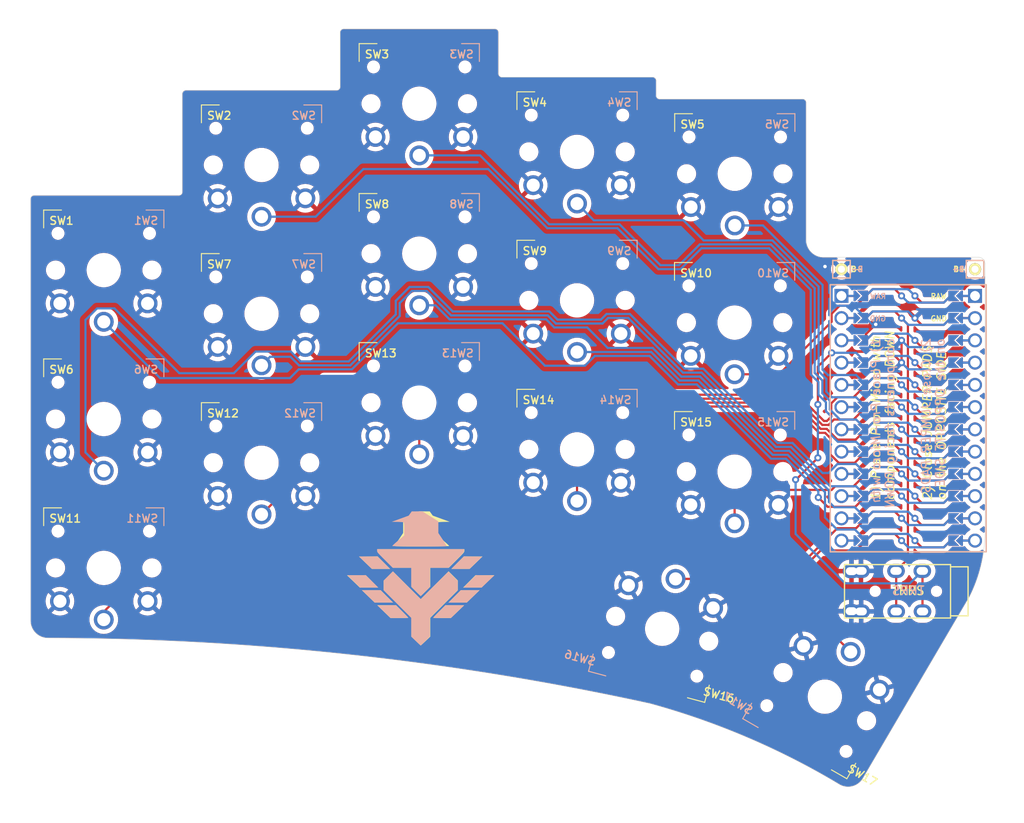
<source format=kicad_pcb>
(kicad_pcb (version 20221018) (generator pcbnew)
  (layers (0 "F.Cu" signal) (31 "B.Cu" signal) (34 "B.Paste" user) (35 "F.Paste" user) (36 "B.SilkS" user "B.Silkscreen") (37 "F.SilkS" user "F.Silkscreen") (38 "B.Mask" user) (39 "F.Mask" user) (44 "Edge.Cuts" user))
  (net 0 "")
  (net 1 "gnd")
  (net 2 "vcc")
  (net 3 "Switch18")
  (net 4 "reset")
  (net 5 "Switch1")
  (net 6 "Switch2")
  (net 7 "Switch3")
  (net 8 "Switch4")
  (net 9 "Switch5")
  (net 10 "Switch6")
  (net 11 "Switch7")
  (net 12 "Switch8")
  (net 13 "Switch9")
  (net 14 "Switch10")
  (net 15 "Switch11")
  (net 16 "Switch12")
  (net 17 "Switch13")
  (net 18 "Switch14")
  (net 19 "Switch15")
  (net 20 "Switch16")
  (net 21 "Switch17")
  (net 22 "raw")
  (net 23 "BT+_r")
  (footprint "kbd:1pin_conn" (layer "F.Cu") (at 126.492 45.974)
    (fp_text reference "B+")
    (fp_text value "MountingHole_Pad" hide)
  )
  (footprint "kbd:1pin_conn" (layer "F.Cu") (at 111.252 45.974)
    (fp_text reference "B-")
    (fp_text value "MountingHole_Pad" hide)
  )
  (footprint "Kailh:TRRS-PJ-DPB2" (layer "F.Cu") (at 123.698 82.75 -90)
    (fp_text reference "J2")
    (fp_text value "AudioJack4dpb" hide)
  )
  (footprint "* duckyb-collection:SW_PG1350_rev_DPB" (layer "F.Cu") (at 27.08 46.08)
    (fp_text reference "SW1" hide)
    (fp_text value "SW_Push" hide)
  )
  (footprint "* duckyb-collection:SW_PG1350_rev_DPB" (layer "F.Cu") (at 45.08 34.08)
    (fp_text reference "SW2" hide)
    (fp_text value "SW_Push" hide)
  )
  (footprint "* duckyb-collection:SW_PG1350_rev_DPB" (layer "F.Cu") (at 63.08 27.08)
    (fp_text reference "SW3" hide)
    (fp_text value "SW_Push" hide)
  )
  (footprint "* duckyb-collection:SW_PG1350_rev_DPB" (layer "F.Cu") (at 81.08 32.58)
    (fp_text reference "SW4" hide)
    (fp_text value "SW_Push" hide)
  )
  (footprint "* duckyb-collection:SW_PG1350_rev_DPB" (layer "F.Cu") (at 99.08 35.08)
    (fp_text reference "SW5" hide)
    (fp_text value "SW_Push" hide)
  )
  (footprint "* duckyb-collection:SW_PG1350_rev_DPB" (layer "F.Cu") (at 27.08 63.08)
    (fp_text reference "SW6" hide)
    (fp_text value "SW_Push" hide)
  )
  (footprint "* duckyb-collection:SW_PG1350_rev_DPB" (layer "F.Cu") (at 45.08 51.054)
    (fp_text reference "SW7" hide)
    (fp_text value "SW_Push" hide)
  )
  (footprint "* duckyb-collection:SW_PG1350_rev_DPB" (layer "F.Cu") (at 63.08 44.196)
    (fp_text reference "SW8" hide)
    (fp_text value "SW_Push" hide)
  )
  (footprint "* duckyb-collection:SW_PG1350_rev_DPB" (layer "F.Cu") (at 81.08 49.53)
    (fp_text reference "SW9" hide)
    (fp_text value "SW_Push" hide)
  )
  (footprint "* duckyb-collection:SW_PG1350_rev_DPB" (layer "F.Cu") (at 99.06 52.07)
    (fp_text reference "SW10" hide)
    (fp_text value "SW_Push" hide)
  )
  (footprint "* duckyb-collection:SW_PG1350_rev_DPB" (layer "F.Cu") (at 27.08 80.08)
    (fp_text reference "SW11" hide)
    (fp_text value "SW_Push" hide)
  )
  (footprint "* duckyb-collection:SW_PG1350_rev_DPB" (layer "F.Cu") (at 45.08 68.072)
    (fp_text reference "SW12" hide)
    (fp_text value "SW_Push" hide)
  )
  (footprint "* duckyb-collection:SW_PG1350_rev_DPB" (layer "F.Cu") (at 63.08 61.214)
    (fp_text reference "SW13" hide)
    (fp_text value "SW_Push" hide)
  )
  (footprint "* duckyb-collection:SW_PG1350_rev_DPB" (layer "F.Cu") (at 81.08 66.548)
    (fp_text reference "SW14" hide)
    (fp_text value "SW_Push" hide)
  )
  (footprint "* duckyb-collection:SW_PG1350_rev_DPB" (layer "F.Cu") (at 99.06 69.088)
    (fp_text reference "SW15" hide)
    (fp_text value "SW_Push" hide)
  )
  (footprint "* duckyb-collection:SW_PG1350_rev_DPB" (layer "F.Cu") (at 109.356 94.78 150)
    (fp_text reference "SW17" hide)
    (fp_text value "SW_Push" hide)
  )
  (footprint "* duckyb-collection:SW_PG1350_rev_DPB" (layer "F.Cu") (at 90.796 87.03 165)
    (fp_text reference "SW16" hide)
    (fp_text value "SW_Push" hide)
  )
  (footprint "* duckyb-collection:ProMicro_jumpers_facedown" (layer "F.Cu") (at 118.872 62.992 -90)
    (fp_text reference "U1" hide)
    (fp_text value "ProMicro-kbd" hide)
  )
  (footprint "Audio_Module:Logo" (layer "F.Cu") (at 63.246 81.28)
    (fp_text reference "G***" hide)
    (fp_text value "LOGO" hide)
  )
  (footprint "Audio_Module:Logo" (layer "B.Cu") (at 63.246 81.28 180)
    (fp_text reference "G***" hide)
    (fp_text value "LOGO" hide)
  )
  (gr_arc (start 126.885 44.612) (mid 127.41533 44.83167) (end 127.635 45.362) (stroke (width 0.05)) (layer "Edge.Cuts"))
  (gr_line (start 18.73 37.95293) (end 18.73 86.09861) (stroke (width 0.05)) (layer "Edge.Cuts"))
  (gr_arc (start 89.409134 95.561946) (mid 100.486488 99.421597) (end 110.938 104.748) (stroke (width 0.05)) (layer "Edge.Cuts"))
  (gr_arc (start 109.257002 44.614917) (mid 107.844534 44.065716) (end 107.222001 42.683999) (stroke (width 0.05)) (layer "Edge.Cuts"))
  (gr_arc (start 113.67 104.149265) (mid 112.428995 105.01898) (end 110.938 104.748) (stroke (width 0.05)) (layer "Edge.Cuts"))
  (gr_arc (start 20.768 88.081119) (mid 55.288442 89.987554) (end 89.409134 95.561946) (stroke (width 0.05)) (layer "Edge.Cuts"))
  (gr_arc (start 20.767844 88.075962) (mid 19.330647 87.518357) (end 18.73 86.09861) (stroke (width 0.05)) (layer "Edge.Cuts"))
  (gr_line (start 127.635 45.362) (end 127.635 62.484) (stroke (width 0.05)) (layer "Edge.Cuts"))
  (gr_line (start 107.222001 42.683999) (end 107.222001 26.95) (stroke (width 0.05)) (layer "Edge.Cuts"))
  (gr_line (start 109.257002 44.614917) (end 126.885 44.612) (stroke (width 0.05)) (layer "Edge.Cuts"))
  (gr_line (start 125.888304 83.312) (end 113.67 104.149265) (stroke (width 0.05)) (layer "Edge.Cuts"))
  (gr_arc (start 127.635 75.98785) (mid 127.177913 79.749197) (end 125.888304 83.312) (stroke (width 0.05)) (layer "Edge.Cuts"))
  (gr_line (start 127.635 62.484) (end 127.647 69.85) (stroke (width 0.05)) (layer "Edge.Cuts"))
  (gr_line (start 127.647 69.85) (end 127.635 75.98785) (stroke (width 0.05)) (layer "Edge.Cuts"))
  (gr_arc (start 36.047194 25.95) (mid 36.169064 25.668615) (end 36.452987 25.552783) (stroke (width 0.05)) (layer "Edge.Cuts"))
  (gr_arc (start 89.707068 24.05) (mid 89.99116 24.16884) (end 90.11 24.452932) (stroke (width 0.05)) (layer "Edge.Cuts"))
  (gr_arc (start 18.73 37.95293) (mid 18.8478 37.669862) (end 19.13 37.55) (stroke (width 0.05)) (layer "Edge.Cuts"))
  (gr_arc (start 90.51 26.550124) (mid 90.22707 26.43293) (end 90.109876 26.15) (stroke (width 0.05)) (layer "Edge.Cuts"))
  (gr_line (start 72.11716 18.942849) (end 72.11716 23.65) (stroke (width 0.05)) (layer "Edge.Cuts"))
  (gr_line (start 54.050124 25.15) (end 54.050124 18.94) (stroke (width 0.05)) (layer "Edge.Cuts"))
  (gr_arc (start 54.050124 25.15) (mid 53.933091 25.433872) (end 53.65 25.552783) (stroke (width 0.05)) (layer "Edge.Cuts"))
  (gr_arc (start 71.717151 18.54284) (mid 72 18.66) (end 72.11716 18.942849) (stroke (width 0.05)) (layer "Edge.Cuts"))
  (gr_line (start 19.13 37.55) (end 35.64707 37.55) (stroke (width 0.05)) (layer "Edge.Cuts"))
  (gr_line (start 90.51 26.550124) (end 106.826302 26.55) (stroke (width 0.05)) (layer "Edge.Cuts"))
  (gr_arc (start 72.517224 24.050064) (mid 72.234336 23.932888) (end 72.11716 23.65) (stroke (width 0.05)) (layer "Edge.Cuts"))
  (gr_arc (start 106.826302 26.55) (mid 107.106378 26.668658) (end 107.222001 26.95) (stroke (width 0.05)) (layer "Edge.Cuts"))
  (gr_line (start 72.517224 24.050064) (end 89.707068 24.05) (stroke (width 0.05)) (layer "Edge.Cuts"))
  (gr_line (start 90.11 24.452932) (end 90.109876 26.15) (stroke (width 0.05)) (layer "Edge.Cuts"))
  (gr_line (start 54.452928 18.542807) (end 71.72 18.542807) (stroke (width 0.05)) (layer "Edge.Cuts"))
  (gr_arc (start 36.047194 37.149876) (mid 35.93 37.432806) (end 35.64707 37.55) (stroke (width 0.05)) (layer "Edge.Cuts"))
  (gr_arc (start 54.05 18.942928) (mid 54.169005 18.65983) (end 54.452928 18.542807) (stroke (width 0.05)) (layer "Edge.Cuts"))
  (gr_line (start 36.047194 37.149876) (end 36.047194 25.95) (stroke (width 0.05)) (layer "Edge.Cuts"))
  (gr_line (start 36.452987 25.552783) (end 53.65 25.552783) (stroke (width 0.05)) (layer "Edge.Cuts"))
  (gr_text "RAW" (at 116.40097 49.0728) (layer "B.SilkS") (effects (font (size 0.6 0.6) (thickness 0.12)) (justify left mirror)))
  (gr_text "B-" (at 113.03 45.974) (layer "B.SilkS") (effects (font (size 0.6 0.6)) (justify mirror)))
  (gr_text "2) Close JUMPER PADS\non the OPPOSITE SIDE" (at 121.7168 53.7464 90) (layer "B.SilkS") (effects (font (size 1 1) (thickness 0.15) italic) (justify left mirror)))
  (gr_text "GND" (at 116.40097 51.6128) (layer "B.SilkS") (effects (font (size 0.6 0.6) (thickness 0.12)) (justify left mirror)))
  (gr_text "1) Place Pro-Micro with\ncomponents facing DOWN" (at 115.9764 53.7464 90) (layer "B.SilkS") (effects (font (size 1 1) (thickness 0.15) italic) (justify left mirror)))
  (gr_text "B+" (at 124.587 45.974) (layer "B.SilkS") (effects (font (size 0.6 0.6)) (justify mirror)))
  (gr_text "1) Place Pro-Micro with\ncomponents facing DOWN" (at 115.9764 72.4408 90) (layer "F.SilkS") (effects (font (size 1 1) (thickness 0.15) italic) (justify left)))
  (gr_text "GND" (at 121.3612 51.6128) (layer "F.SilkS") (effects (font (size 0.6 0.6) (thickness 0.12)) (justify left)))
  (gr_text "2) Close JUMPER PADS\non the OPPOSITE SIDE" (at 121.8692 72.4408 90) (layer "F.SilkS") (effects (font (size 1 1) (thickness 0.15) italic) (justify left)))
  (gr_text "TRRS" (at 118.872 82.677) (layer "F.SilkS") (effects (font (size 1 1))))
  (gr_text "RAW" (at 121.3612 49.0728) (layer "F.SilkS") (effects (font (size 0.6 0.6) (thickness 0.12)) (justify left)))
  (segment (start 114.046 53.3908) (end 115.1636 52.2732) (width 0.25) (layer "F.Cu") (net 1))
  (segment (start 118.11 56.642) (end 118.11 54.102) (width 0.25) (layer "F.Cu") (net 1))
  (segment (start 114.046 54.102) (end 114.046 53.3908) (width 0.25) (layer "F.Cu") (net 1))
  (via (at 115.1636 52.2732) (size 0.8) (drill 0.4) (layers "F.Cu" "B.Cu") (net 1))
  (via (at 109.3724 45.6692) (size 0.8) (drill 0.4) (layers "F.Cu" "B.Cu") (net 1))
  (segment (start 112.630511 50.146511) (end 110.661711 50.146511) (width 0.25) (layer "B.Cu") (net 1))
  (segment (start 110.127489 47.098511) (end 111.252 45.974) (width 0.25) (layer "B.Cu") (net 1))
  (segment (start 114.7572 52.2732) (end 114.046 51.562) (width 0.25) (layer "B.Cu") (net 1))
  (segment (start 110.661711 50.146511) (end 110.127489 49.612289) (width 0.25) (layer "B.Cu") (net 1))
  (segment (start 114.046 51.562) (end 112.630511 50.146511) (width 0.25) (layer "B.Cu") (net 1))
  (segment (start 115.1636 52.2732) (end 114.7572 52.2732) (width 0.25) (layer "B.Cu") (net 1))
  (segment (start 110.127489 49.612289) (end 110.127489 47.098511) (width 0.25) (layer "B.Cu") (net 1))
  (segment (start 120.498 85.05) (end 120.498 80.44) (width 0.25) (layer "F.Cu") (net 2))
  (segment (start 108.5596 57.0992) (end 108.5596 61.4172) (width 0.25) (layer "F.Cu") (net 2))
  (segment (start 106.0196 70.0024) (end 106.0704 70.0024) (width 0.25) (layer "F.Cu") (net 2))
  (segment (start 106.0704 70.0024) (end 108.5596 67.5132) (width 0.25) (layer "F.Cu") (net 2))
  (segment (start 120.498 80.44) (end 120.478 80.42) (width 0.25) (layer "F.Cu") (net 2))
  (segment (start 110.1344 55.5244) (end 108.5596 57.0992) (width 0.25) (layer "F.Cu") (net 2))
  (via (at 106.0196 70.0024) (size 0.8) (drill 0.4) (layers "F.Cu" "B.Cu") (net 2))
  (via (at 110.1344 55.5244) (size 0.8) (drill 0.4) (layers "F.Cu" "B.Cu") (net 2))
  (via (at 108.5596 67.5132) (size 0.8) (drill 0.4) (layers "F.Cu" "B.Cu") (net 2))
  (via (at 108.5596 61.4172) (size 0.8) (drill 0.4) (layers "F.Cu" "B.Cu") (net 2))
  (segment (start 108.5596 67.5132) (end 108.5596 61.4172) (width 0.25) (layer "B.Cu") (net 2))
  (segment (start 111.6584 81.8388) (end 119.0592 81.8388) (width 0.25) (layer "B.Cu") (net 2))
  (segment (start 110.141311 55.517489) (end 112.921489 55.517489) (width 0.25) (layer "B.Cu") (net 2))
  (segment (start 112.921489 55.517489) (end 114.046 56.642) (width 0.25) (layer "B.Cu") (net 2))
  (segment (start 119.0592 81.8388) (end 120.478 80.42) (width 0.25) (layer "B.Cu") (net 2))
  (segment (start 106.0196 70.0024) (end 106.0196 76.2) (width 0.25) (layer "B.Cu") (net 2))
  (segment (start 110.1344 55.5244) (end 110.141311 55.517489) (width 0.25) (layer "B.Cu") (net 2))
  (segment (start 106.0196 76.2) (end 111.6584 81.8388) (width 0.25) (layer "B.Cu") (net 2))
  (segment (start 118.11 51.562) (end 118.834511 52.286511) (width 0.25) (layer "F.Cu") (net 3))
  (segment (start 118.834511 52.286511) (end 118.834511 79.063489) (width 0.25) (layer "F.Cu") (net 3))
  (segment (start 117.498 80.44) (end 117.478 80.42) (width 0.25) (layer "F.Cu") (net 3))
  (segment (start 118.834511 79.063489) (end 117.478 80.42) (width 0.25) (layer "F.Cu") (net 3))
  (segment (start 117.498 85.05) (end 117.498 80.44) (width 0.25) (layer "F.Cu") (net 3))
  (segment (start 108.6104 72.0344) (end 109.6772 73.1012) (width 0.25) (layer "F.Cu") (net 5))
  (segment (start 112.8268 73.1012) (end 114.046 71.882) (width 0.25) (layer "F.Cu") (net 5))
  (segment (start 109.6772 73.1012) (end 112.8268 73.1012) (width 0.25) (layer "F.Cu") (net 5))
  (via (at 108.6104 72.0344) (size 0.8) (drill 0.4) (layers "F.Cu" "B.Cu") (net 5))
  (segment (start 108.6104 71.299954) (end 104.925246 67.6148) (width 0.25) (layer "B.Cu") (net 5))
  (segment (start 60.653557 52.14856) (end 55.398597 57.40352) (width 0.25) (layer "B.Cu") (net 5))
  (segment (start 49.32728 57.40352) (end 48.321289 58.409511) (width 0.25) (layer "B.Cu") (net 5))
  (segment (start 103.2256 67.6148) (end 94.742 59.1312) (width 0.25) (layer "B.Cu") (net 5))
  (segment (start 81.9912 56.9976) (end 77.4192 56.9976) (width 0.25) (layer "B.Cu") (net 5))
  (segment (start 83.10928 55.87952) (end 81.9912 56.9976) (width 0.25) (layer "B.Cu") (net 5))
  (segment (start 72.57016 52.14856) (end 60.653557 52.14856) (width 0.25) (layer "B.Cu") (net 5))
  (segment (start 48.321289 58.409511) (end 33.509511 58.409511) (width 0.25) (layer "B.Cu") (net 5))
  (segment (start 108.6104 72.0344) (end 108.6104 71.299954) (width 0.25) (layer "B.Cu") (net 5))
  (segment (start 94.742 59.1312) (end 92.6084 59.1312) (width 0.25) (layer "B.Cu") (net 5))
  (segment (start 55.398597 57.40352) (end 49.32728 57.40352) (width 0.25) (layer "B.Cu") (net 5))
  (segment (start 92.6084 59.1312) (end 89.35672 55.87952) (width 0.25) (layer "B.Cu") (net 5))
  (segment (start 77.4192 56.9976) (end 72.57016 52.14856) (width 0.25) (layer "B.Cu") (net 5))
  (segment (start 33.509511 58.409511) (end 27.08 51.98) (width 0.25) (layer "B.Cu") (net 5))
  (segment (start 89.35672 55.87952) (end 83.10928 55.87952) (width 0.25) (layer "B.Cu") (net 5))
  (segment (start 104.925246 67.6148) (end 103.2256 67.6148) (width 0.25) (layer "B.Cu") (net 5))
  (segment (start 108.62576 60.316396) (end 109.48168 61.172316) (width 0.25) (layer "B.Cu") (net 6))
  (segment (start 108.62576 58.869314) (end 108.62576 60.316396) (width 0.25) (layer "B.Cu") (net 6))
  (segment (start 95.276118 43.5864) (end 102.994846 43.5864) (width 0.25) (layer "B.Cu") (net 6))
  (segment (start 85.69192 41.29272) (end 90.36552 45.96632) (width 0.25) (layer "B.Cu") (net 6))
  (segment (start 110.0328 64.8716) (end 110.838689 65.677489) (width 0.25) (layer "B.Cu") (net 6))
  (segment (start 110.838689 65.677489) (end 112.921489 65.677489) (width 0.25) (layer "B.Cu") (net 6))
  (segment (start 109.48168 62.177698) (end 110.0328 62.728818) (width 0.25) (layer "B.Cu") (net 6))
  (segment (start 90.36552 45.96632) (end 92.896198 45.96632) (width 0.25) (layer "B.Cu") (net 6))
  (segment (start 70.941483 34.544) (end 77.690203 41.29272) (width 0.25) (layer "B.Cu") (net 6))
  (segment (start 110.0328 62.728818) (end 110.0328 64.8716) (width 0.25) (layer "B.Cu") (net 6))
  (segment (start 102.994846 43.5864) (end 107.7468 48.338354) (width 0.25) (layer "B.Cu") (net 6))
  (segment (start 45.08 39.98) (end 51.2568 39.98) (width 0.25) (layer "B.Cu") (net 6))
  (segment (start 109.48168 61.172316) (end 109.48168 62.177698) (width 0.25) (layer "B.Cu") (net 6))
  (segment (start 51.2568 39.98) (end 56.6928 34.544) (width 0.25) (layer "B.Cu") (net 6))
  (segment (start 112.921489 65.677489) (end 114.046 66.802) (width 0.25) (layer "B.Cu") (net 6))
  (segment (start 107.7468 57.990354) (end 108.62576 58.869314) (width 0.25) (layer "B.Cu") (net 6))
  (segment (start 92.896198 45.96632) (end 95.276118 43.5864) (width 0.25) (layer "B.Cu") (net 6))
  (segment (start 56.6928 34.544) (end 70.941483 34.544) (width 0.25) (layer "B.Cu") (net 6))
  (segment (start 107.7468 48.338354) (end 107.7468 57.990354) (width 0.25) (layer "B.Cu") (net 6))
  (segment (start 77.690203 41.29272) (end 85.69192 41.29272) (width 0.25) (layer "B.Cu") (net 6))
  (segment (start 103.181044 43.13688) (end 108.19632 48.152156) (width 0.25) (layer "B.Cu") (net 7))
  (segment (start 92.71 45.5168) (end 95.089921 43.13688) (width 0.25) (layer "B.Cu") (net 7))
  (segment (start 63.08 32.98) (end 70.0132 32.98) (width 0.25) (layer "B.Cu") (net 7))
  (segment (start 95.089921 43.13688) (end 103.181044 43.13688) (width 0.25) (layer "B.Cu") (net 7))
  (segment (start 109.9312 61.9915) (end 111.077189 63.137489) (width 0.25) (layer "B.Cu") (net 7))
  (segment (start 112.921489 63.137489) (end 114.046 64.262) (width 0.25) (layer "B.Cu") (net 7))
  (segment (start 90.596601 45.5168) (end 92.71 45.5168) (width 0.25) (layer "B.Cu") (net 7))
  (segment (start 85.923001 40.8432) (end 90.596601 45.5168) (width 0.25) (layer "B.Cu") (net 7))
  (segment (start 108.19632 57.804156) (end 109.07528 58.683116) (width 0.25) (layer "B.Cu") (net 7))
  (segment (start 109.9312 60.986118) (end 109.9312 61.9915) (width 0.25) (layer "B.Cu") (net 7))
  (segment (start 70.0132 32.98) (end 77.8764 40.8432) (width 0.25) (layer "B.Cu") (net 7))
  (segment (start 108.19632 48.152156) (end 108.19632 57.804156) (width 0.25) (layer "B.Cu") (net 7))
  (segment (start 109.07528 58.683116) (end 109.07528 60.130198) (width 0.25) (layer "B.Cu") (net 7))
  (segment (start 77.8764 40.8432) (end 85.923001 40.8432) (width 0.25) (layer "B.Cu") (net 7))
  (segment (start 109.07528 60.130198) (end 109.9312 60.986118) (width 0.25) (layer "B.Cu") (net 7))
  (segment (start 111.077189 63.137489) (end 112.921489 63.137489) (width 0.25) (layer "B.Cu") (net 7))
  (segment (start 109.5248 58.496918) (end 109.5248 59.944) (width 0.25) (layer "B.Cu") (net 8))
  (segment (start 108.64584 47.965958) (end 108.64584 57.617958) (width 0.25) (layer "B.Cu") (net 8))
  (segment (start 108.64584 57.617958) (end 109.5248 58.496918) (width 0.25) (layer "B.Cu") (net 8))
  (segment (start 110.178289 60.597489) (end 112.921489 60.597489) (width 0.25) (layer "B.Cu") (net 8))
  (segment (start 109.5248 59.944) (end 110.178289 60.597489) (width 0.25) (layer "B.Cu") (net 8))
  (segment (start 103.367242 42.68736) (end 108.64584 47.965958) (width 0.25) (layer "B.Cu") (net 8))
  (segment (start 95.51936 42.68736) (end 103.367242 42.68736) (width 0.25) (layer "B.Cu") (net 8))
  (segment (start 81.08 38.48) (end 82.986 40.386) (width 0.25) (layer "B.Cu") (net 8))
  (segment (start 82.986 40.386) (end 93.218 40.386) (width 0.25) (layer "B.Cu") (net 8))
  (segment (start 93.218 40.386) (end 95.51936 42.68736) (width 0.25) (layer "B.Cu") (net 8))
  (segment (start 112.921489 60.597489) (end 114.046 61.722) (width 0.25) (layer "B.Cu") (net 8))
  (segment (start 102.2956 40.98) (end 109.09536 47.779763) (width 0.25) (layer "B.Cu") (net 9))
  (segment (start 109.728 58.0644) (end 110.7793 58.0644) (width 0.25) (layer "B.Cu") (net 9))
  (segment (start 110.7793 58.0644) (end 110.786211 58.057489) (width 0.25) (layer "B.Cu") (net 9))
  (segment (start 110.786211 58.057489) (end 112.921489 58.057489) (width 0.25) (layer "B.Cu") (net 9))
  (segment (start 109.09536 57.43176) (end 109.728 58.0644) (width 0.25) (layer "B.Cu") (net 9))
  (segment (start 99.08 40.98) (end 102.2956 40.98) (width 0.25) (layer "B.Cu") (net 9))
  (segment (start 112.921489 58.057489) (end 114.046 59.182) (width 0.25) (layer "B.Cu") (net 9))
  (segment (start 109.09536 47.779763) (end 109.09536 57.43176) (width 0.25) (layer "B.Cu") (net 9))
  (segment (start 103.970392 65.81672) (end 105.670037 65.81672) (width 0.25) (layer "B.Cu") (net 10))
  (segment (start 105.933359 66.080043) (end 109.093716 69.2404) (width 0.25) (layer "B.Cu") (net 10))
  (segment (start 109.093716 69.2404) (end 109.7633 69.2404) (width 0.25) (layer "B.Cu") (net 10))
  (segment (start 24.990979 66.890979) (end 24.990979 51.767821) (width 0.25) (layer "B.Cu") (net 10))
  (segment (start 66.9036 50.8) (end 77.9272 50.8) (width 0.25) (layer "B.Cu") (net 10))
  (segment (start 41.926209 57.844991) (end 44.3992 55.372) (width 0.25) (layer "B.Cu") (net 10))
  (segment (start 87.373843 51.353772) (end 93.353192 57.33312) (width 0.25) (layer "B.Cu") (net 10))
  (segment (start 105.670037 65.81672) (end 105.933359 66.080043) (width 0.25) (layer "B.Cu") (net 10))
  (segment (start 78.85696 51.72976) (end 83.80464 51.72976) (width 0.25) (layer "B.Cu") (net 10))
  (segment (start 110.786211 68.217489) (end 112.921489 68.217489) (width 0.25) (layer "B.Cu") (net 10))
  (segment (start 95.486792 57.33312) (end 103.970392 65.81672) (width 0.25) (layer "B.Cu") (net 10))
  (segment (start 55.026202 56.50448) (end 60.4012 51.129482) (width 0.25) (layer "B.Cu") (net 10))
  (segment (start 64.1096 48.006) (end 66.9036 50.8) (width 0.25) (layer "B.Cu") (net 10))
  (segment (start 84.443951 51.090449) (end 87.110521 51.090449) (width 0.25) (layer "B.Cu") (net 10))
  (segment (start 48.4124 55.372) (end 49.54488 56.50448) (width 0.25) (layer "B.Cu") (net 10))
  (segment (start 109.7633 69.2404) (end 110.786211 68.217489) (width 0.25) (layer "B.Cu") (net 10))
  (segment (start 61.976 48.006) (end 64.1096 48.006) (width 0.25) (layer "B.Cu") (net 10))
  (segment (start 87.110521 51.090449) (end 87.373843 51.353772) (width 0.25) (layer "B.Cu") (net 10))
  (segment (start 60.4012 49.5808) (end 61.976 48.006) (width 0.25) (layer "B.Cu") (net 10))
  (segment (start 28.2956 50.4444) (end 35.696191 57.844991) (width 0.25) (layer "B.Cu") (net 10))
  (segment (start 93.353192 57.33312) (end 95.486792 57.33312) (width 0.25) (layer "B.Cu") (net 10))
  (segment (start 83.80464 51.72976) (end 84.443951 51.090449) (width 0.25) (layer "B.Cu") (net 10))
  (segment (start 49.54488 56.50448) (end 55.026202 56.50448) (width 0.25) (layer "B.Cu") (net 10))
  (segment (start 27.08 68.98) (end 24.990979 66.890979) (width 0.25) (layer "B.Cu") (net 10))
  (segment (start 35.696191 57.844991) (end 41.926209 57.844991) (width 0.25) (layer "B.Cu") (net 10))
  (segment (start 77.9272 50.8) (end 78.85696 51.72976) (width 0.25) (layer "B.Cu") (net 10))
  (segment (start 26.3144 50.4444) (end 28.2956 50.4444) (width 0.25) (layer "B.Cu") (net 10))
  (segment (start 24.990979 51.767821) (end 26.3144 50.4444) (width 0.25) (layer "B.Cu") (net 10))
  (segment (start 44.3992 55.372) (end 48.4124 55.372) (width 0.25) (layer "B.Cu") (net 10))
  (segment (start 60.4012 51.129482) (end 60.4012 49.5808) (width 0.25) (layer "B.Cu") (net 10))
  (segment (start 112.921489 68.217489) (end 114.046 69.342) (width 0.25) (layer "B.Cu") (net 10))
  (segment (start 103.784194 66.26624) (end 105.483839 66.26624) (width 0.25) (layer "B.Cu") (net 11))
  (segment (start 86.924323 51.539969) (end 93.166994 57.78264) (width 0.25) (layer "B.Cu") (net 11))
  (segment (start 93.166994 57.78264) (end 95.300594 57.78264) (width 0.25) (layer "B.Cu") (net 11))
  (segment (start 95.300594 57.78264) (end 103.784194 66.26624) (width 0.25) (layer "B.Cu") (net 11))
  (segment (start 109.975089 70.757489) (end 112.921489 70.757489) (width 0.25) (layer "B.Cu") (net 11))
  (segment (start 112.921489 70.757489) (end 114.046 71.882) (width 0.25) (layer "B.Cu") (net 11))
  (segment (start 60.85072 49.84248) (end 62.23768 48.45552) (width 0.25) (layer "B.Cu") (net 11))
  (segment (start 48.378602 55.97392) (end 49.358683 56.954) (width 0.25) (layer "B.Cu") (net 11))
  (segment (start 46.06008 55.97392) (end 48.378602 55.97392) (width 0.25) (layer "B.Cu") (net 11))
  (segment (start 62.23768 48.45552) (end 63.923403 48.45552) (width 0.25) (layer "B.Cu") (net 11))
  (segment (start 60.85072 51.315679) (end 60.85072 49.84248) (width 0.25) (layer "B.Cu") (net 11))
  (segment (start 45.08 56.954) (end 46.06008 55.97392) (width 0.25) (layer "B.Cu") (net 11))
  (segment (start 66.717403 51.24952) (end 77.741002 51.24952) (width 0.25) (layer "B.Cu") (net 11))
  (segment (start 84.630149 51.539969) (end 86.924323 51.539969) (width 0.25) (layer "B.Cu") (net 11))
  (segment (start 78.670762 52.17928) (end 83.990838 52.17928) (width 0.25) (layer "B.Cu") (net 11))
  (segment (start 105.483839 66.26624) (end 109.975089 70.757489) (width 0.25) (layer "B.Cu") (net 11))
  (segment (start 63.923403 48.45552) (end 66.717403 51.24952) (width 0.25) (layer "B.Cu") (net 11))
  (segment (start 55.2124 56.954) (end 60.85072 51.315679) (width 0.25) (layer "B.Cu") (net 11))
  (segment (start 49.358683 56.954) (end 55.2124 56.954) (width 0.25) (layer "B.Cu") (net 11))
  (segment (start 77.741002 51.24952) (end 78.670762 52.17928) (width 0.25) (layer "B.Cu") (net 11))
  (segment (start 83.990838 52.17928) (end 84.630149 51.539969) (width 0.25) (layer "B.Cu") (net 11))
  (segment (start 84.582 54.9656) (end 89.714236 54.9656) (width 0.25) (layer "B.Cu") (net 12))
  (segment (start 109.82192 71.240039) (end 109.82192 72.53472) (width 0.25) (layer "B.Cu") (net 12))
  (segment (start 64.928165 50.096) (end 66.531206 51.69904) (width 0.25) (layer "B.Cu") (net 12))
  (segment (start 109.82192 72.53472) (end 110.4392 73.152) (width 0.25) (layer "B.Cu") (net 12))
  (segment (start 89.714236 54.9656) (end 92.980796 58.23216) (width 0.25) (layer "B.Cu") (net 12))
  (segment (start 63.08 50.096) (end 64.928165 50.096) (width 0.25) (layer "B.Cu") (net 12))
  (segment (start 103.597996 66.71576) (end 105.297641 66.71576) (width 0.25) (layer "B.Cu") (net 12))
  (segment (start 95.114396 58.23216) (end 103.597996 66.71576) (width 0.25) (layer "B.Cu") (net 12))
  (segment (start 82.2452 52.6288) (end 84.582 54.9656) (width 0.25) (layer "B.Cu") (net 12))
  (segment (start 66.531206 51.69904) (end 77.554804 51.69904) (width 0.25) (layer "B.Cu") (net 12))
  (segment (start 92.980796 58.23216) (end 95.114396 58.23216) (width 0.25) (layer "B.Cu") (net 12))
  (segment (start 112.776 73.152) (end 114.046 74.422) (width 0.25) (layer "B.Cu") (net 12))
  (segment (start 78.484565 52.6288) (end 82.2452 52.6288) (width 0.25) (layer "B.Cu") (net 12))
  (segment (start 110.4392 73.152) (end 112.776 73.152) (width 0.25) (layer "B.Cu") (net 12))
  (segment (start 105.297641 66.71576) (end 109.82192 71.240039) (width 0.25) (layer "B.Cu") (net 12))
  (segment (start 77.554804 51.69904) (end 78.484565 52.6288) (width 0.25) (layer "B.Cu") (net 12))
  (segment (start 112.776 75.692) (end 114.046 76.962) (width 0.25) (layer "B.Cu") (net 13))
  (segment (start 105.111444 67.16528) (end 109.3724 71.426236) (width 0.25) (layer "B.Cu") (net 13))
  (segment (start 110.744 75.692) (end 112.776 75.692) (width 0.25) (layer "B.Cu") (net 13))
  (segment (start 103.411798 67.16528) (end 105.111444 67.16528) (width 0.25) (layer "B.Cu") (net 13))
  (segment (start 81.08 55.43) (end 89.542918 55.43) (width 0.25) (layer "B.Cu") (net 13))
  (segment (start 89.542918 55.43) (end 92.794598 58.68168) (width 0.25) (layer "B.Cu") (net 13))
  (segment (start 109.3724 71.426236) (end 109.3724 74.3204) (width 0.25) (layer "B.Cu") (net 13))
  (segment (start 94.928198 58.68168) (end 103.411798 67.16528) (width 0.25) (layer "B.Cu") (net 13))
  (segment (start 109.3724 74.3204) (end 110.744 75.692) (width 0.25) (layer "B.Cu") (net 13))
  (segment (start 92.794598 58.68168) (end 94.928198 58.68168) (width 0.25) (layer "B.Cu") (net 13))
  (segment (start 112.921489 50.146511) (end 114.046 49.022) (width 0.25) (layer "F.Cu") (net 14))
  (segment (start 110.127489 51.060911) (end 111.041889 50.146511) (width 0.25) (layer "F.Cu") (net 14))
  (segment (start 104.1328 57.97) (end 110.127489 51.975311) (width 0.25) (layer "F.Cu") (net 14))
  (segment (start 111.041889 50.146511) (end 112.921489 50.146511) (width 0.25) (layer "F.Cu") (net 14))
  (segment (start 110.127489 51.975311) (end 110.127489 51.060911) (width 0.25) (layer "F.Cu") (net 14))
  (segment (start 99.06 57.97) (end 104.1328 57.97) (width 0.25) (layer "F.Cu") (net 14))
  (segment (start 106.257265 60.306511) (end 109.255234 63.30448) (width 0.25) (layer "F.Cu") (net 15))
  (segment (start 30.6324 74.676) (end 41.360819 63.947581) (width 0.25) (layer "F.Cu") (net 15))
  (segment (start 112.630511 60.597489) (end 114.046 59.182) (width 0.25) (layer "F.Cu") (net 15))
  (segment (start 27.08 85.0864) (end 30.6324 81.534) (width 0.25) (layer "F.Cu") (net 15))
  (segment (start 41.360819 63.947581) (end 46.719501 63.947581) (width 0.25) (layer "F.Cu") (net 15))
  (segment (start 110.0836 61.3001) (end 110.786211 60.597489) (width 0.25) (layer "F.Cu") (net 15))
  (segment (start 91.088481 60.306511) (end 106.257265 60.306511) (width 0.25) (layer "F.Cu") (net 15))
  (segment (start 109.255234 63.30448) (end 109.592602 63.30448) (width 0.25) (layer "F.Cu") (net 15))
  (segment (start 109.592602 63.30448) (end 110.0836 62.813482) (width 0.25) (layer "F.Cu") (net 15))
  (segment (start 46.719501 63.947581) (end 52.247082 58.42) (width 0.25) (layer "F.Cu") (net 15))
  (segment (start 30.6324 81.534) (end 30.6324 74.676) (width 0.25) (layer "F.Cu") (net 15))
  (segment (start 110.786211 60.597489) (end 112.630511 60.597489) (width 0.25) (layer "F.Cu") (net 15))
  (segment (start 52.247082 58.42) (end 89.20197 58.42) (width 0.25) (layer "F.Cu") (net 15))
  (segment (start 27.08 85.98) (end 27.08 85.0864) (width 0.25) (layer "F.Cu") (net 15))
  (segment (start 89.20197 58.42) (end 91.088481 60.306511) (width 0.25) (layer "F.Cu") (net 15))
  (segment (start 110.0836 62.813482) (end 110.0836 61.3001) (width 0.25) (layer "F.Cu") (net 15))
  (segment (start 112.630511 63.137489) (end 114.046 61.722) (width 0.25) (layer "F.Cu") (net 16))
  (segment (start 47.1424 71.9096) (end 47.1424 70.161021) (width 0.25) (layer "F.Cu") (net 16))
  (segment (start 52.43328 58.86952) (end 89.015773 58.86952) (width 0.25) (layer "F.Cu") (net 16))
  (segment (start 47.169021 70.161021) (end 47.169021 64.133779) (width 0.25) (layer "F.Cu") (net 16))
  (segment (start 109.7788 63.754) (end 110.395311 63.137489) (width 0.25) (layer "F.Cu") (net 16))
  (segment (start 47.1424 70.161021) (end 47.169021 70.161021) (width 0.25) (layer "F.Cu") (net 16))
  (segment (start 110.395311 63.137489) (end 112.630511 63.137489) (width 0.25) (layer "F.Cu") (net 16))
  (segment (start 47.169021 64.133779) (end 52.43328 58.86952) (width 0.25) (layer "F.Cu") (net 16))
  (segment (start 90.902284 60.756031) (end 106.071067 60.756031) (width 0.25) (layer "F.Cu") (net 16))
  (segment (start 45.08 73.972) (end 47.1424 71.9096) (width 0.25) (layer "F.Cu") (net 16))
  (segment (start 106.071067 60.756031) (end 109.069036 63.754) (width 0.25) (layer "F.Cu") (net 16))
  (segment (start 89.015773 58.86952) (end 90.902284 60.756031) (width 0.25) (layer "F.Cu") (net 16))
  (segment (start 109.069036 63.754) (end 109.7788 63.754) (width 0.25) (layer "F.Cu") (net 16))
  (segment (start 63.08 64.980992) (end 68.741952 59.31904) (width 0.25) (layer "F.Cu") (net 17))
  (segment (start 90.716086 61.205551) (end 105.884869 61.205551) (width 0.25) (layer "F.Cu") (net 17))
  (segment (start 112.8776 65.4304) (end 114.046 64.262) (width 0.25) (layer "F.Cu") (net 17))
  (segment (start 63.08 67.114) (end 63.08 64.980992) (width 0.25) (layer "F.Cu") (net 17))
  (segment (start 110.7948 65.4304) (end 112.8776 65.4304) (width 0.25) (layer "F.Cu") (net 17))
  (segment (start 88.829575 59.31904) (end 90.716086 61.205551) (width 0.25) (layer "F.Cu") (net 17))
  (segment (start 108.882839 64.20352) (end 109.56792 64.20352) (width 0.25) (layer "F.Cu") (net 17))
  (segment (start 109.56792 64.20352) (end 110.7948 65.4304) (width 0.25) (layer "F.Cu") (net 17))
  (segment (start 68.741952 59.31904) (end 88.829575 59.31904) (width 0.25) (layer "F.Cu") (net 17))
  (segment (start 105.884869 61.205551) (end 108.882839 64.20352) (width 0.25) (layer "F.Cu") (net 17))
  (segment (start 89.170129 61.655071) (end 105.698671 61.655071) (width 0.25) (layer "F.Cu") (net 18))
  (segment (start 109.381722 64.65304) (end 109.982 65.253318) (width 0.25) (layer "F.Cu") (net 18))
  (segment (start 109.982 67.1223) (end 110.9317 68.072) (width 0.25) (layer "F.Cu") (net 18))
  (segment (start 108.696642 64.65304) (end 109.381722 64.65304) (width 0.25) (layer "F.Cu") (net 18))
  (segment (start 81.08 69.7452) (end 89.170129 61.655071) (width 0.25) (layer "F.Cu") (net 18))
  (segment (start 109.982 65.253318) (end 109.982 67.1223) (width 0.25) (layer "F.Cu") (net 18))
  (segment (start 105.698671 61.655071) (end 108.696642 64.65304) (width 0.25) (layer "F.Cu") (net 18))
  (segment (start 81.08 72.448) (end 81.08 69.7452) (width 0.25) (layer "F.Cu") (net 18))
  (segment (start 112.776 68.072) (end 114.046 66.802) (width 0.25) (layer "F.Cu") (net 18))
  (segment (start 110.9317 68.072) (end 112.776 68.072) (width 0.25) (layer "F.Cu") (net 18))
  (segment (start 110.12665 71.1708) (end 110.539961 70.757489) (width 0.25) (layer "F.Cu") (net 19))
  (segment (start 99.06 74.988) (end 99.06 72.854992) (width 0.25) (layer "F.Cu") (net 19))
  (segment (start 100.744192 71.1708) (end 110.12665 71.1708) (width 0.25) (layer "F.Cu") (net 19))
  (segment (start 112.630511 70.757489) (end 114.046 69.342) (width 0.25) (layer "F.Cu") (net 19))
  (segment (start 99.06 72.854992) (end 100.744192 71.1708) (width 0.25) (layer "F.Cu") (net 19))
  (segment (start 110.539961 70.757489) (end 112.630511 70.757489) (width 0.25) (layer "F.Cu") (net 19))
  (segment (start 110.786211 75.546511) (end 112.921489 75.546511) (width 0.25) (layer "F.Cu") (net 20))
  (segment (start 112.921489 75.546511) (end 114.046 74.422) (width 0.25) (layer "F.Cu") (net 20))
  (segment (start 105.001684 81.331038) (end 110.786211 75.546511) (width 0.25) (layer "F.Cu") (net 20))
  (segment (start 92.323032 81.331038) (end 105.001684 81.331038) (width 0.25) (layer "F.Cu") (net 20))
  (segment (start 108.881929 78.086511) (end 112.921489 78.086511) (width 0.25) (layer "F.Cu") (net 21))
  (segment (start 105.41 82.77445) (end 105.41 81.55844) (width 0.25) (layer "F.Cu") (net 21))
  (segment (start 105.41 81.55844) (end 108.881929 78.086511) (width 0.25) (layer "F.Cu") (net 21))
  (segment (start 112.921489 78.086511) (end 114.046 76.962) (width 0.25) (layer "F.Cu") (net 21))
  (segment (start 112.306 89.67045) (end 105.41 82.77445) (width 0.25) (layer "F.Cu") (net 21))
  (zone (net 1) (net_name "gnd") (layers "F&B.Cu") (connect_pads (clearance 0.508)) (min_thickness 0.254) (fill yes (thermal_gap 0.508) (thermal_bridge_width 0.508) (island_removal_mode 1) (island_area_min 0))
    (polygon (pts (xy 15.24 15.24) (xy 132.08 15.24) (xy 132.08 109.22) (xy 15.24 109.22)))
  )
)
</source>
